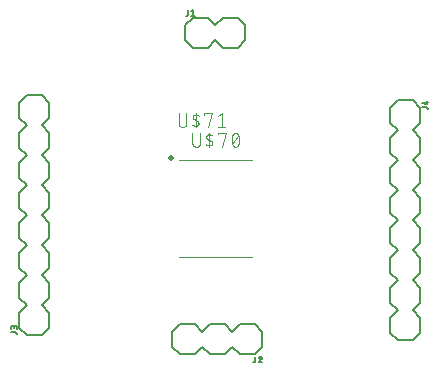
<source format=gbr>
G04 EAGLE Gerber RS-274X export*
G75*
%MOMM*%
%FSLAX34Y34*%
%LPD*%
%INSilkscreen Top*%
%IPPOS*%
%AMOC8*
5,1,8,0,0,1.08239X$1,22.5*%
G01*
%ADD10C,0.203200*%
%ADD11C,0.127000*%
%ADD12C,0.500000*%
%ADD13C,0.120000*%
%ADD14C,0.101600*%


D10*
X176950Y312500D02*
X189650Y312500D01*
X196000Y306150D01*
X196000Y293450D02*
X189650Y287100D01*
X196000Y306150D02*
X202350Y312500D01*
X215050Y312500D01*
X221400Y306150D01*
X221400Y293450D02*
X215050Y287100D01*
X202350Y287100D01*
X196000Y293450D01*
X170600Y293450D02*
X170600Y306150D01*
X176950Y312500D01*
X170600Y293450D02*
X176950Y287100D01*
X189650Y287100D01*
X221400Y293450D02*
X221400Y306150D01*
D11*
X172844Y315477D02*
X172844Y319231D01*
X172843Y315477D02*
X172841Y315412D01*
X172835Y315348D01*
X172825Y315284D01*
X172812Y315220D01*
X172794Y315158D01*
X172773Y315097D01*
X172749Y315037D01*
X172720Y314979D01*
X172688Y314922D01*
X172653Y314868D01*
X172615Y314816D01*
X172573Y314766D01*
X172529Y314719D01*
X172482Y314675D01*
X172432Y314633D01*
X172380Y314595D01*
X172326Y314560D01*
X172269Y314528D01*
X172211Y314499D01*
X172151Y314475D01*
X172090Y314454D01*
X172028Y314436D01*
X171964Y314423D01*
X171900Y314413D01*
X171836Y314407D01*
X171771Y314405D01*
X171235Y314405D01*
X175792Y318159D02*
X177132Y319231D01*
X177132Y314405D01*
X175792Y314405D02*
X178473Y314405D01*
D10*
X185100Y33850D02*
X178750Y27500D01*
X166050Y27500D01*
X159700Y33850D01*
X159700Y46550D02*
X166050Y52900D01*
X178750Y52900D01*
X185100Y46550D01*
X216850Y27500D02*
X229550Y27500D01*
X216850Y27500D02*
X210500Y33850D01*
X210500Y46550D02*
X216850Y52900D01*
X210500Y33850D02*
X204150Y27500D01*
X191450Y27500D01*
X185100Y33850D01*
X185100Y46550D02*
X191450Y52900D01*
X204150Y52900D01*
X210500Y46550D01*
X235900Y46550D02*
X235900Y33850D01*
X229550Y27500D01*
X235900Y46550D02*
X229550Y52900D01*
X216850Y52900D01*
X159700Y46550D02*
X159700Y33850D01*
D11*
X229636Y25595D02*
X229636Y21841D01*
X229634Y21776D01*
X229628Y21712D01*
X229618Y21648D01*
X229605Y21584D01*
X229587Y21522D01*
X229566Y21461D01*
X229542Y21401D01*
X229513Y21343D01*
X229481Y21286D01*
X229446Y21232D01*
X229408Y21180D01*
X229366Y21130D01*
X229322Y21083D01*
X229275Y21039D01*
X229225Y20997D01*
X229173Y20959D01*
X229119Y20924D01*
X229062Y20892D01*
X229004Y20863D01*
X228944Y20839D01*
X228883Y20818D01*
X228821Y20800D01*
X228757Y20787D01*
X228693Y20777D01*
X228629Y20771D01*
X228564Y20769D01*
X228027Y20769D01*
X234059Y25595D02*
X234127Y25593D01*
X234194Y25587D01*
X234261Y25578D01*
X234328Y25565D01*
X234393Y25548D01*
X234458Y25527D01*
X234521Y25503D01*
X234583Y25475D01*
X234643Y25444D01*
X234701Y25410D01*
X234757Y25372D01*
X234812Y25332D01*
X234863Y25288D01*
X234912Y25241D01*
X234959Y25192D01*
X235003Y25141D01*
X235043Y25086D01*
X235081Y25030D01*
X235115Y24972D01*
X235146Y24912D01*
X235174Y24850D01*
X235198Y24787D01*
X235219Y24722D01*
X235236Y24657D01*
X235249Y24590D01*
X235258Y24523D01*
X235264Y24456D01*
X235266Y24388D01*
X234059Y25595D02*
X233981Y25593D01*
X233903Y25587D01*
X233826Y25577D01*
X233749Y25564D01*
X233673Y25546D01*
X233598Y25525D01*
X233524Y25500D01*
X233452Y25471D01*
X233381Y25439D01*
X233312Y25403D01*
X233244Y25364D01*
X233179Y25321D01*
X233116Y25275D01*
X233055Y25226D01*
X232997Y25174D01*
X232942Y25119D01*
X232889Y25062D01*
X232840Y25002D01*
X232793Y24939D01*
X232750Y24875D01*
X232710Y24808D01*
X232673Y24739D01*
X232640Y24668D01*
X232610Y24596D01*
X232584Y24523D01*
X234863Y23450D02*
X234912Y23499D01*
X234959Y23551D01*
X235002Y23606D01*
X235043Y23663D01*
X235081Y23722D01*
X235115Y23783D01*
X235146Y23846D01*
X235174Y23910D01*
X235198Y23976D01*
X235218Y24042D01*
X235235Y24110D01*
X235248Y24179D01*
X235257Y24248D01*
X235263Y24318D01*
X235265Y24388D01*
X234863Y23450D02*
X232584Y20769D01*
X235265Y20769D01*
D10*
X29920Y202620D02*
X29920Y215320D01*
X36270Y221670D01*
X48970Y221670D02*
X55320Y215320D01*
X29920Y177220D02*
X36270Y170870D01*
X29920Y177220D02*
X29920Y189920D01*
X36270Y196270D01*
X48970Y196270D02*
X55320Y189920D01*
X55320Y177220D01*
X48970Y170870D01*
X36270Y196270D02*
X29920Y202620D01*
X48970Y196270D02*
X55320Y202620D01*
X55320Y215320D01*
X29920Y139120D02*
X29920Y126420D01*
X29920Y139120D02*
X36270Y145470D01*
X48970Y145470D02*
X55320Y139120D01*
X36270Y145470D02*
X29920Y151820D01*
X29920Y164520D01*
X36270Y170870D01*
X48970Y170870D02*
X55320Y164520D01*
X55320Y151820D01*
X48970Y145470D01*
X29920Y101020D02*
X36270Y94670D01*
X29920Y101020D02*
X29920Y113720D01*
X36270Y120070D01*
X48970Y120070D02*
X55320Y113720D01*
X55320Y101020D01*
X48970Y94670D01*
X36270Y120070D02*
X29920Y126420D01*
X48970Y120070D02*
X55320Y126420D01*
X55320Y139120D01*
X29920Y62920D02*
X29920Y50220D01*
X29920Y62920D02*
X36270Y69270D01*
X48970Y69270D02*
X55320Y62920D01*
X36270Y69270D02*
X29920Y75620D01*
X29920Y88320D01*
X36270Y94670D01*
X48970Y94670D02*
X55320Y88320D01*
X55320Y75620D01*
X48970Y69270D01*
X48970Y43870D02*
X36270Y43870D01*
X29920Y50220D01*
X48970Y43870D02*
X55320Y50220D01*
X55320Y62920D01*
X29920Y228020D02*
X29920Y240720D01*
X36270Y247070D01*
X48970Y247070D01*
X55320Y240720D01*
X36270Y221670D02*
X29920Y228020D01*
X48970Y221670D02*
X55320Y228020D01*
X55320Y240720D01*
D11*
X26943Y46114D02*
X23189Y46114D01*
X26943Y46113D02*
X27008Y46111D01*
X27072Y46105D01*
X27136Y46095D01*
X27200Y46082D01*
X27262Y46064D01*
X27323Y46043D01*
X27383Y46019D01*
X27441Y45990D01*
X27498Y45958D01*
X27552Y45923D01*
X27604Y45885D01*
X27654Y45843D01*
X27701Y45799D01*
X27745Y45752D01*
X27787Y45702D01*
X27825Y45650D01*
X27860Y45596D01*
X27892Y45539D01*
X27921Y45481D01*
X27945Y45421D01*
X27966Y45360D01*
X27984Y45298D01*
X27997Y45234D01*
X28007Y45170D01*
X28013Y45106D01*
X28015Y45041D01*
X28015Y44505D01*
X28015Y49062D02*
X28015Y50402D01*
X28013Y50473D01*
X28007Y50545D01*
X27998Y50615D01*
X27985Y50685D01*
X27968Y50755D01*
X27947Y50823D01*
X27923Y50890D01*
X27895Y50956D01*
X27864Y51020D01*
X27829Y51083D01*
X27791Y51143D01*
X27750Y51202D01*
X27706Y51258D01*
X27659Y51312D01*
X27610Y51363D01*
X27557Y51411D01*
X27502Y51457D01*
X27445Y51499D01*
X27385Y51539D01*
X27324Y51575D01*
X27260Y51608D01*
X27195Y51637D01*
X27129Y51663D01*
X27061Y51686D01*
X26992Y51705D01*
X26922Y51720D01*
X26852Y51731D01*
X26781Y51739D01*
X26710Y51743D01*
X26638Y51743D01*
X26567Y51739D01*
X26496Y51731D01*
X26426Y51720D01*
X26356Y51705D01*
X26287Y51686D01*
X26219Y51663D01*
X26153Y51637D01*
X26088Y51608D01*
X26024Y51575D01*
X25963Y51539D01*
X25903Y51499D01*
X25846Y51457D01*
X25791Y51411D01*
X25738Y51363D01*
X25689Y51312D01*
X25642Y51258D01*
X25598Y51202D01*
X25557Y51143D01*
X25519Y51083D01*
X25484Y51020D01*
X25453Y50956D01*
X25425Y50890D01*
X25401Y50823D01*
X25380Y50755D01*
X25363Y50685D01*
X25350Y50615D01*
X25341Y50545D01*
X25335Y50473D01*
X25333Y50402D01*
X23189Y50670D02*
X23189Y49062D01*
X23189Y50670D02*
X23191Y50735D01*
X23197Y50799D01*
X23207Y50863D01*
X23220Y50927D01*
X23238Y50989D01*
X23259Y51050D01*
X23283Y51110D01*
X23312Y51168D01*
X23344Y51225D01*
X23379Y51279D01*
X23417Y51331D01*
X23459Y51381D01*
X23503Y51428D01*
X23550Y51472D01*
X23600Y51514D01*
X23652Y51552D01*
X23706Y51587D01*
X23763Y51619D01*
X23821Y51648D01*
X23881Y51672D01*
X23942Y51693D01*
X24004Y51711D01*
X24068Y51724D01*
X24132Y51734D01*
X24196Y51740D01*
X24261Y51742D01*
X24326Y51740D01*
X24390Y51734D01*
X24454Y51724D01*
X24518Y51711D01*
X24580Y51693D01*
X24641Y51672D01*
X24701Y51648D01*
X24759Y51619D01*
X24816Y51587D01*
X24870Y51552D01*
X24922Y51514D01*
X24972Y51472D01*
X25019Y51428D01*
X25063Y51381D01*
X25105Y51331D01*
X25143Y51279D01*
X25178Y51225D01*
X25210Y51168D01*
X25239Y51110D01*
X25263Y51050D01*
X25284Y50989D01*
X25302Y50927D01*
X25315Y50863D01*
X25325Y50799D01*
X25331Y50735D01*
X25333Y50670D01*
X25334Y50670D02*
X25334Y49598D01*
D10*
X369400Y71450D02*
X369400Y84150D01*
X369400Y71450D02*
X363050Y65100D01*
X350350Y65100D02*
X344000Y71450D01*
X369400Y109550D02*
X363050Y115900D01*
X369400Y109550D02*
X369400Y96850D01*
X363050Y90500D01*
X350350Y90500D02*
X344000Y96850D01*
X344000Y109550D01*
X350350Y115900D01*
X363050Y90500D02*
X369400Y84150D01*
X350350Y90500D02*
X344000Y84150D01*
X344000Y71450D01*
X369400Y147650D02*
X369400Y160350D01*
X369400Y147650D02*
X363050Y141300D01*
X350350Y141300D02*
X344000Y147650D01*
X363050Y141300D02*
X369400Y134950D01*
X369400Y122250D01*
X363050Y115900D01*
X350350Y115900D02*
X344000Y122250D01*
X344000Y134950D01*
X350350Y141300D01*
X369400Y185750D02*
X363050Y192100D01*
X369400Y185750D02*
X369400Y173050D01*
X363050Y166700D01*
X350350Y166700D02*
X344000Y173050D01*
X344000Y185750D01*
X350350Y192100D01*
X363050Y166700D02*
X369400Y160350D01*
X350350Y166700D02*
X344000Y160350D01*
X344000Y147650D01*
X369400Y223850D02*
X369400Y236550D01*
X369400Y223850D02*
X363050Y217500D01*
X350350Y217500D02*
X344000Y223850D01*
X363050Y217500D02*
X369400Y211150D01*
X369400Y198450D01*
X363050Y192100D01*
X350350Y192100D02*
X344000Y198450D01*
X344000Y211150D01*
X350350Y217500D01*
X350350Y242900D02*
X363050Y242900D01*
X369400Y236550D01*
X350350Y242900D02*
X344000Y236550D01*
X344000Y223850D01*
X369400Y58750D02*
X369400Y46050D01*
X363050Y39700D01*
X350350Y39700D01*
X344000Y46050D01*
X363050Y65100D02*
X369400Y58750D01*
X350350Y65100D02*
X344000Y58750D01*
X344000Y46050D01*
D11*
X371305Y236636D02*
X375059Y236636D01*
X375124Y236634D01*
X375188Y236628D01*
X375252Y236618D01*
X375316Y236605D01*
X375378Y236587D01*
X375439Y236566D01*
X375499Y236542D01*
X375557Y236513D01*
X375614Y236481D01*
X375668Y236446D01*
X375720Y236408D01*
X375770Y236366D01*
X375817Y236322D01*
X375861Y236275D01*
X375903Y236225D01*
X375941Y236173D01*
X375976Y236119D01*
X376008Y236062D01*
X376037Y236004D01*
X376061Y235944D01*
X376082Y235883D01*
X376100Y235821D01*
X376113Y235757D01*
X376123Y235693D01*
X376129Y235629D01*
X376131Y235564D01*
X376131Y235027D01*
X375059Y239584D02*
X371305Y240656D01*
X375059Y239584D02*
X375059Y242265D01*
X373986Y241461D02*
X376131Y241461D01*
D12*
X158620Y193997D03*
D13*
X165400Y192097D02*
X227400Y192097D01*
X227400Y110303D02*
X165400Y110303D01*
D14*
X176581Y206601D02*
X176581Y215039D01*
X176581Y206601D02*
X176583Y206488D01*
X176589Y206375D01*
X176599Y206262D01*
X176613Y206149D01*
X176630Y206037D01*
X176652Y205926D01*
X176677Y205816D01*
X176707Y205706D01*
X176740Y205598D01*
X176777Y205491D01*
X176817Y205385D01*
X176862Y205281D01*
X176910Y205178D01*
X176961Y205077D01*
X177016Y204978D01*
X177074Y204881D01*
X177136Y204786D01*
X177201Y204693D01*
X177269Y204603D01*
X177340Y204515D01*
X177415Y204429D01*
X177492Y204346D01*
X177572Y204266D01*
X177655Y204189D01*
X177741Y204114D01*
X177829Y204043D01*
X177919Y203975D01*
X178012Y203910D01*
X178107Y203848D01*
X178204Y203790D01*
X178303Y203735D01*
X178404Y203684D01*
X178507Y203636D01*
X178611Y203591D01*
X178717Y203551D01*
X178824Y203514D01*
X178932Y203481D01*
X179042Y203451D01*
X179152Y203426D01*
X179263Y203404D01*
X179375Y203387D01*
X179488Y203373D01*
X179601Y203363D01*
X179714Y203357D01*
X179827Y203355D01*
X179940Y203357D01*
X180053Y203363D01*
X180166Y203373D01*
X180279Y203387D01*
X180391Y203404D01*
X180502Y203426D01*
X180612Y203451D01*
X180722Y203481D01*
X180830Y203514D01*
X180937Y203551D01*
X181043Y203591D01*
X181147Y203636D01*
X181250Y203684D01*
X181351Y203735D01*
X181450Y203790D01*
X181547Y203848D01*
X181642Y203910D01*
X181735Y203975D01*
X181825Y204043D01*
X181913Y204114D01*
X181999Y204189D01*
X182082Y204266D01*
X182162Y204346D01*
X182239Y204429D01*
X182314Y204515D01*
X182385Y204603D01*
X182453Y204693D01*
X182518Y204786D01*
X182580Y204881D01*
X182638Y204978D01*
X182693Y205077D01*
X182744Y205178D01*
X182792Y205281D01*
X182837Y205385D01*
X182877Y205491D01*
X182914Y205598D01*
X182947Y205706D01*
X182977Y205816D01*
X183002Y205926D01*
X183024Y206037D01*
X183041Y206149D01*
X183055Y206262D01*
X183065Y206375D01*
X183071Y206488D01*
X183073Y206601D01*
X183072Y206601D02*
X183072Y215039D01*
X190876Y215039D02*
X190876Y203355D01*
X190876Y209197D02*
X189253Y210171D01*
X189252Y210170D02*
X189179Y210217D01*
X189108Y210266D01*
X189038Y210319D01*
X188972Y210375D01*
X188908Y210434D01*
X188846Y210495D01*
X188788Y210559D01*
X188732Y210626D01*
X188680Y210695D01*
X188630Y210767D01*
X188584Y210841D01*
X188541Y210916D01*
X188502Y210994D01*
X188466Y211073D01*
X188434Y211154D01*
X188405Y211236D01*
X188380Y211319D01*
X188359Y211403D01*
X188342Y211488D01*
X188328Y211574D01*
X188319Y211660D01*
X188313Y211747D01*
X188311Y211834D01*
X188313Y211921D01*
X188319Y212008D01*
X188329Y212094D01*
X188342Y212180D01*
X188360Y212265D01*
X188381Y212349D01*
X188406Y212432D01*
X188435Y212515D01*
X188467Y212595D01*
X188503Y212674D01*
X188542Y212752D01*
X188585Y212827D01*
X188632Y212901D01*
X188681Y212972D01*
X188734Y213042D01*
X188789Y213108D01*
X188848Y213172D01*
X188909Y213234D01*
X188974Y213293D01*
X189040Y213348D01*
X189109Y213401D01*
X189181Y213451D01*
X189254Y213497D01*
X189330Y213540D01*
X189407Y213579D01*
X189486Y213615D01*
X189567Y213648D01*
X189649Y213676D01*
X189732Y213702D01*
X189816Y213723D01*
X189902Y213740D01*
X189902Y213741D02*
X190042Y213765D01*
X190184Y213785D01*
X190325Y213801D01*
X190467Y213812D01*
X190610Y213820D01*
X190752Y213824D01*
X190895Y213825D01*
X191038Y213821D01*
X191180Y213813D01*
X191322Y213801D01*
X191464Y213785D01*
X191605Y213766D01*
X191746Y213742D01*
X191886Y213715D01*
X192025Y213683D01*
X192163Y213648D01*
X192301Y213609D01*
X192437Y213566D01*
X192571Y213520D01*
X192705Y213469D01*
X192837Y213416D01*
X192967Y213358D01*
X193096Y213297D01*
X193223Y213232D01*
X193349Y213164D01*
X193472Y213092D01*
X190876Y209197D02*
X192498Y208223D01*
X192499Y208224D02*
X192572Y208177D01*
X192643Y208128D01*
X192713Y208075D01*
X192779Y208019D01*
X192843Y207960D01*
X192905Y207899D01*
X192963Y207835D01*
X193019Y207768D01*
X193071Y207699D01*
X193121Y207627D01*
X193167Y207553D01*
X193210Y207478D01*
X193249Y207400D01*
X193285Y207321D01*
X193317Y207240D01*
X193346Y207158D01*
X193371Y207075D01*
X193392Y206991D01*
X193409Y206906D01*
X193423Y206820D01*
X193432Y206734D01*
X193438Y206647D01*
X193440Y206560D01*
X193438Y206473D01*
X193432Y206386D01*
X193422Y206300D01*
X193409Y206214D01*
X193391Y206129D01*
X193370Y206045D01*
X193345Y205962D01*
X193316Y205879D01*
X193284Y205799D01*
X193248Y205720D01*
X193209Y205642D01*
X193166Y205567D01*
X193119Y205493D01*
X193070Y205422D01*
X193017Y205352D01*
X192962Y205286D01*
X192903Y205222D01*
X192842Y205160D01*
X192777Y205101D01*
X192711Y205046D01*
X192642Y204993D01*
X192570Y204943D01*
X192497Y204897D01*
X192421Y204854D01*
X192344Y204815D01*
X192265Y204779D01*
X192184Y204746D01*
X192102Y204718D01*
X192019Y204692D01*
X191935Y204671D01*
X191850Y204654D01*
X191849Y204653D02*
X191709Y204629D01*
X191567Y204609D01*
X191426Y204593D01*
X191284Y204582D01*
X191141Y204574D01*
X190999Y204570D01*
X190856Y204569D01*
X190713Y204573D01*
X190571Y204581D01*
X190429Y204593D01*
X190287Y204609D01*
X190146Y204628D01*
X190005Y204652D01*
X189865Y204679D01*
X189726Y204711D01*
X189588Y204746D01*
X189450Y204785D01*
X189314Y204828D01*
X189180Y204874D01*
X189046Y204925D01*
X188914Y204978D01*
X188784Y205036D01*
X188655Y205097D01*
X188528Y205162D01*
X188402Y205230D01*
X188279Y205302D01*
X198298Y213741D02*
X198298Y215039D01*
X204789Y215039D01*
X201544Y203355D01*
X209728Y209197D02*
X209731Y209427D01*
X209739Y209657D01*
X209753Y209886D01*
X209772Y210115D01*
X209797Y210344D01*
X209827Y210571D01*
X209862Y210799D01*
X209903Y211025D01*
X209949Y211250D01*
X210001Y211474D01*
X210058Y211696D01*
X210120Y211918D01*
X210188Y212137D01*
X210261Y212355D01*
X210339Y212572D01*
X210422Y212786D01*
X210510Y212998D01*
X210603Y213208D01*
X210702Y213416D01*
X210701Y213416D02*
X210734Y213506D01*
X210770Y213595D01*
X210810Y213683D01*
X210854Y213768D01*
X210901Y213852D01*
X210951Y213934D01*
X211005Y214014D01*
X211061Y214091D01*
X211121Y214167D01*
X211184Y214240D01*
X211249Y214310D01*
X211318Y214378D01*
X211389Y214442D01*
X211462Y214504D01*
X211538Y214563D01*
X211616Y214619D01*
X211697Y214672D01*
X211779Y214721D01*
X211863Y214767D01*
X211950Y214810D01*
X212037Y214849D01*
X212127Y214885D01*
X212217Y214917D01*
X212309Y214945D01*
X212402Y214970D01*
X212496Y214991D01*
X212590Y215008D01*
X212685Y215022D01*
X212781Y215031D01*
X212877Y215037D01*
X212973Y215039D01*
X213069Y215037D01*
X213165Y215031D01*
X213261Y215022D01*
X213356Y215008D01*
X213450Y214991D01*
X213544Y214970D01*
X213637Y214945D01*
X213729Y214917D01*
X213819Y214885D01*
X213909Y214849D01*
X213996Y214810D01*
X214083Y214767D01*
X214167Y214721D01*
X214249Y214672D01*
X214330Y214619D01*
X214408Y214563D01*
X214484Y214504D01*
X214557Y214442D01*
X214628Y214378D01*
X214697Y214310D01*
X214762Y214240D01*
X214825Y214167D01*
X214885Y214091D01*
X214941Y214014D01*
X214995Y213934D01*
X215045Y213852D01*
X215092Y213768D01*
X215136Y213683D01*
X215176Y213595D01*
X215212Y213506D01*
X215245Y213416D01*
X215246Y213416D02*
X215345Y213209D01*
X215438Y212999D01*
X215526Y212786D01*
X215609Y212572D01*
X215687Y212356D01*
X215760Y212138D01*
X215828Y211918D01*
X215890Y211697D01*
X215947Y211474D01*
X215999Y211250D01*
X216045Y211025D01*
X216086Y210799D01*
X216121Y210572D01*
X216151Y210344D01*
X216176Y210115D01*
X216195Y209886D01*
X216209Y209657D01*
X216217Y209427D01*
X216220Y209197D01*
X209728Y209197D02*
X209731Y208967D01*
X209739Y208737D01*
X209753Y208508D01*
X209772Y208279D01*
X209797Y208050D01*
X209827Y207822D01*
X209862Y207595D01*
X209903Y207369D01*
X209949Y207144D01*
X210001Y206920D01*
X210058Y206697D01*
X210120Y206476D01*
X210188Y206256D01*
X210261Y206038D01*
X210339Y205822D01*
X210422Y205608D01*
X210510Y205396D01*
X210603Y205185D01*
X210702Y204978D01*
X210701Y204978D02*
X210734Y204888D01*
X210770Y204799D01*
X210811Y204711D01*
X210854Y204626D01*
X210901Y204542D01*
X210951Y204460D01*
X211005Y204380D01*
X211061Y204303D01*
X211121Y204227D01*
X211184Y204154D01*
X211249Y204084D01*
X211318Y204016D01*
X211389Y203952D01*
X211462Y203890D01*
X211538Y203831D01*
X211616Y203775D01*
X211697Y203722D01*
X211779Y203673D01*
X211863Y203627D01*
X211950Y203584D01*
X212037Y203545D01*
X212127Y203509D01*
X212217Y203477D01*
X212309Y203449D01*
X212402Y203424D01*
X212496Y203403D01*
X212590Y203386D01*
X212685Y203372D01*
X212781Y203363D01*
X212877Y203357D01*
X212973Y203355D01*
X215245Y204978D02*
X215344Y205185D01*
X215437Y205396D01*
X215525Y205608D01*
X215608Y205822D01*
X215686Y206038D01*
X215759Y206256D01*
X215827Y206476D01*
X215889Y206697D01*
X215946Y206920D01*
X215998Y207144D01*
X216044Y207369D01*
X216085Y207595D01*
X216120Y207822D01*
X216150Y208050D01*
X216175Y208279D01*
X216194Y208508D01*
X216208Y208737D01*
X216216Y208967D01*
X216219Y209197D01*
X215245Y204978D02*
X215212Y204888D01*
X215176Y204799D01*
X215136Y204711D01*
X215092Y204626D01*
X215045Y204542D01*
X214995Y204460D01*
X214941Y204380D01*
X214885Y204303D01*
X214825Y204227D01*
X214762Y204154D01*
X214697Y204084D01*
X214628Y204016D01*
X214557Y203952D01*
X214484Y203890D01*
X214408Y203831D01*
X214330Y203775D01*
X214249Y203722D01*
X214167Y203673D01*
X214083Y203627D01*
X213996Y203584D01*
X213909Y203545D01*
X213819Y203509D01*
X213729Y203477D01*
X213637Y203449D01*
X213544Y203424D01*
X213450Y203403D01*
X213356Y203386D01*
X213261Y203372D01*
X213165Y203363D01*
X213069Y203357D01*
X212973Y203355D01*
X210377Y205951D02*
X215570Y212443D01*
X164954Y223254D02*
X164954Y231692D01*
X164954Y223254D02*
X164956Y223141D01*
X164962Y223028D01*
X164972Y222915D01*
X164986Y222802D01*
X165003Y222690D01*
X165025Y222579D01*
X165050Y222469D01*
X165080Y222359D01*
X165113Y222251D01*
X165150Y222144D01*
X165190Y222038D01*
X165235Y221934D01*
X165283Y221831D01*
X165334Y221730D01*
X165389Y221631D01*
X165447Y221534D01*
X165509Y221439D01*
X165574Y221346D01*
X165642Y221256D01*
X165713Y221168D01*
X165788Y221082D01*
X165865Y220999D01*
X165945Y220919D01*
X166028Y220842D01*
X166114Y220767D01*
X166202Y220696D01*
X166292Y220628D01*
X166385Y220563D01*
X166480Y220501D01*
X166577Y220443D01*
X166676Y220388D01*
X166777Y220337D01*
X166880Y220289D01*
X166984Y220244D01*
X167090Y220204D01*
X167197Y220167D01*
X167305Y220134D01*
X167415Y220104D01*
X167525Y220079D01*
X167636Y220057D01*
X167748Y220040D01*
X167861Y220026D01*
X167974Y220016D01*
X168087Y220010D01*
X168200Y220008D01*
X168313Y220010D01*
X168426Y220016D01*
X168539Y220026D01*
X168652Y220040D01*
X168764Y220057D01*
X168875Y220079D01*
X168985Y220104D01*
X169095Y220134D01*
X169203Y220167D01*
X169310Y220204D01*
X169416Y220244D01*
X169520Y220289D01*
X169623Y220337D01*
X169724Y220388D01*
X169823Y220443D01*
X169920Y220501D01*
X170015Y220563D01*
X170108Y220628D01*
X170198Y220696D01*
X170286Y220767D01*
X170372Y220842D01*
X170455Y220919D01*
X170535Y220999D01*
X170612Y221082D01*
X170687Y221168D01*
X170758Y221256D01*
X170826Y221346D01*
X170891Y221439D01*
X170953Y221534D01*
X171011Y221631D01*
X171066Y221730D01*
X171117Y221831D01*
X171165Y221934D01*
X171210Y222038D01*
X171250Y222144D01*
X171287Y222251D01*
X171320Y222359D01*
X171350Y222469D01*
X171375Y222579D01*
X171397Y222690D01*
X171414Y222802D01*
X171428Y222915D01*
X171438Y223028D01*
X171444Y223141D01*
X171446Y223254D01*
X171445Y223254D02*
X171445Y231692D01*
X179249Y231692D02*
X179249Y220008D01*
X179249Y225850D02*
X177626Y226824D01*
X177625Y226823D02*
X177552Y226870D01*
X177481Y226919D01*
X177411Y226972D01*
X177345Y227028D01*
X177281Y227087D01*
X177219Y227148D01*
X177161Y227212D01*
X177105Y227279D01*
X177053Y227348D01*
X177003Y227420D01*
X176957Y227494D01*
X176914Y227569D01*
X176875Y227647D01*
X176839Y227726D01*
X176807Y227807D01*
X176778Y227889D01*
X176753Y227972D01*
X176732Y228056D01*
X176715Y228141D01*
X176701Y228227D01*
X176692Y228313D01*
X176686Y228400D01*
X176684Y228487D01*
X176686Y228574D01*
X176692Y228661D01*
X176702Y228747D01*
X176715Y228833D01*
X176733Y228918D01*
X176754Y229002D01*
X176779Y229085D01*
X176808Y229168D01*
X176840Y229248D01*
X176876Y229327D01*
X176915Y229405D01*
X176958Y229480D01*
X177005Y229554D01*
X177054Y229625D01*
X177107Y229695D01*
X177162Y229761D01*
X177221Y229825D01*
X177282Y229887D01*
X177347Y229946D01*
X177413Y230001D01*
X177482Y230054D01*
X177554Y230104D01*
X177627Y230150D01*
X177703Y230193D01*
X177780Y230232D01*
X177859Y230268D01*
X177940Y230301D01*
X178022Y230329D01*
X178105Y230355D01*
X178189Y230376D01*
X178275Y230393D01*
X178275Y230394D02*
X178415Y230418D01*
X178557Y230438D01*
X178698Y230454D01*
X178840Y230465D01*
X178983Y230473D01*
X179125Y230477D01*
X179268Y230478D01*
X179411Y230474D01*
X179553Y230466D01*
X179695Y230454D01*
X179837Y230438D01*
X179978Y230419D01*
X180119Y230395D01*
X180259Y230368D01*
X180398Y230336D01*
X180536Y230301D01*
X180674Y230262D01*
X180810Y230219D01*
X180944Y230173D01*
X181078Y230122D01*
X181210Y230069D01*
X181340Y230011D01*
X181469Y229950D01*
X181596Y229885D01*
X181722Y229817D01*
X181845Y229745D01*
X179249Y225850D02*
X180871Y224876D01*
X180872Y224877D02*
X180945Y224830D01*
X181016Y224781D01*
X181086Y224728D01*
X181152Y224672D01*
X181216Y224613D01*
X181278Y224552D01*
X181336Y224488D01*
X181392Y224421D01*
X181444Y224352D01*
X181494Y224280D01*
X181540Y224206D01*
X181583Y224131D01*
X181622Y224053D01*
X181658Y223974D01*
X181690Y223893D01*
X181719Y223811D01*
X181744Y223728D01*
X181765Y223644D01*
X181782Y223559D01*
X181796Y223473D01*
X181805Y223387D01*
X181811Y223300D01*
X181813Y223213D01*
X181811Y223126D01*
X181805Y223039D01*
X181795Y222953D01*
X181782Y222867D01*
X181764Y222782D01*
X181743Y222698D01*
X181718Y222615D01*
X181689Y222532D01*
X181657Y222452D01*
X181621Y222373D01*
X181582Y222295D01*
X181539Y222220D01*
X181492Y222146D01*
X181443Y222075D01*
X181390Y222005D01*
X181335Y221939D01*
X181276Y221875D01*
X181215Y221813D01*
X181150Y221754D01*
X181084Y221699D01*
X181015Y221646D01*
X180943Y221596D01*
X180870Y221550D01*
X180794Y221507D01*
X180717Y221468D01*
X180638Y221432D01*
X180557Y221399D01*
X180475Y221371D01*
X180392Y221345D01*
X180308Y221324D01*
X180223Y221307D01*
X180222Y221306D02*
X180082Y221282D01*
X179940Y221262D01*
X179799Y221246D01*
X179657Y221235D01*
X179514Y221227D01*
X179372Y221223D01*
X179229Y221222D01*
X179086Y221226D01*
X178944Y221234D01*
X178802Y221246D01*
X178660Y221262D01*
X178519Y221281D01*
X178378Y221305D01*
X178238Y221332D01*
X178099Y221364D01*
X177961Y221399D01*
X177823Y221438D01*
X177687Y221481D01*
X177553Y221527D01*
X177419Y221578D01*
X177287Y221631D01*
X177157Y221689D01*
X177028Y221750D01*
X176901Y221815D01*
X176775Y221883D01*
X176652Y221955D01*
X186671Y230394D02*
X186671Y231692D01*
X193162Y231692D01*
X189916Y220008D01*
X198101Y229096D02*
X201346Y231692D01*
X201346Y220008D01*
X198101Y220008D02*
X204592Y220008D01*
M02*

</source>
